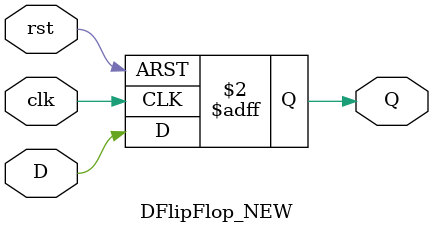
<source format=v>
module DFlipFlop_NEW
 (input clk, input rst, input D, output reg Q);
 always @ (posedge clk or posedge rst)
 if (rst) begin
 Q <= 0;
 end else begin
 Q <= D;
 end
endmodule
</source>
